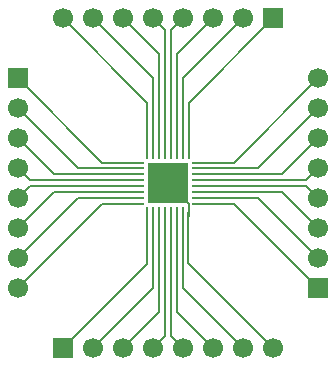
<source format=gbr>
%TF.GenerationSoftware,KiCad,Pcbnew,9.0.1*%
%TF.CreationDate,2025-07-09T09:57:16-04:00*%
%TF.ProjectId,STM32WL33K8V6,53544d33-3257-44c3-9333-4b3856362e6b,rev?*%
%TF.SameCoordinates,Original*%
%TF.FileFunction,Copper,L1,Top*%
%TF.FilePolarity,Positive*%
%FSLAX46Y46*%
G04 Gerber Fmt 4.6, Leading zero omitted, Abs format (unit mm)*
G04 Created by KiCad (PCBNEW 9.0.1) date 2025-07-09 09:57:16*
%MOMM*%
%LPD*%
G01*
G04 APERTURE LIST*
%TA.AperFunction,ComponentPad*%
%ADD10C,1.700000*%
%TD*%
%TA.AperFunction,ComponentPad*%
%ADD11R,1.700000X1.700000*%
%TD*%
%TA.AperFunction,SMDPad,CuDef*%
%ADD12R,0.807999X0.254800*%
%TD*%
%TA.AperFunction,SMDPad,CuDef*%
%ADD13R,0.254800X0.807999*%
%TD*%
%TA.AperFunction,SMDPad,CuDef*%
%ADD14R,3.505200X3.505200*%
%TD*%
%TA.AperFunction,Conductor*%
%ADD15C,0.200000*%
%TD*%
G04 APERTURE END LIST*
D10*
%TO.P,J4,8,Pin_8*%
%TO.N,Pin 32*%
X132080000Y-77470000D03*
%TO.P,J4,7,Pin_7*%
%TO.N,Pin 31*%
X134620000Y-77470000D03*
%TO.P,J4,6,Pin_6*%
%TO.N,Pin 30*%
X137160000Y-77470000D03*
%TO.P,J4,5,Pin_5*%
%TO.N,Pin 29*%
X139700000Y-77470000D03*
%TO.P,J4,4,Pin_4*%
%TO.N,Pin 28*%
X142240000Y-77470000D03*
%TO.P,J4,3,Pin_3*%
%TO.N,Pin 27*%
X144780000Y-77470000D03*
%TO.P,J4,2,Pin_2*%
%TO.N,Pin 26*%
X147320000Y-77470000D03*
D11*
%TO.P,J4,1,Pin_1*%
%TO.N,Pin 25*%
X149860000Y-77470000D03*
%TD*%
D12*
%TO.P,U1,1,PA2*%
%TO.N,Pin 1*%
X138521300Y-89690001D03*
%TO.P,U1,2,PA3*%
%TO.N,Pin 2*%
X138521300Y-90190000D03*
%TO.P,U1,3,VDD_1*%
%TO.N,Pin 3*%
X138521300Y-90689999D03*
%TO.P,U1,4,PA0*%
%TO.N,Pin 4*%
X138521300Y-91190000D03*
%TO.P,U1,5,PA11*%
%TO.N,Pin 5*%
X138521300Y-91690000D03*
%TO.P,U1,6,PA10*%
%TO.N,Pin 6*%
X138521300Y-92190001D03*
%TO.P,U1,7,PA9*%
%TO.N,Pin 7*%
X138521300Y-92690000D03*
%TO.P,U1,8,PA8*%
%TO.N,Pin 8*%
X138521300Y-93189999D03*
D13*
%TO.P,U1,9,PB6*%
%TO.N,Pin 9*%
X139220001Y-93888700D03*
%TO.P,U1,10,PB12*%
%TO.N,Pin 10*%
X139720000Y-93888700D03*
%TO.P,U1,11,PB13*%
%TO.N,Pin 11*%
X140219999Y-93888700D03*
%TO.P,U1,12,PB14*%
%TO.N,Pin 12*%
X140720000Y-93888700D03*
%TO.P,U1,13,PB15*%
%TO.N,Pin 13*%
X141220000Y-93888700D03*
%TO.P,U1,14,LPAWUR*%
%TO.N,Pin 14*%
X141720001Y-93888700D03*
%TO.P,U1,15,RX*%
%TO.N,Pin 15*%
X142220000Y-93888700D03*
%TO.P,U1,16,EXTGND*%
%TO.N,Pin 16*%
X142719999Y-93888700D03*
D12*
%TO.P,U1,17,TX_HP*%
%TO.N,Pin 17*%
X143418700Y-93189999D03*
%TO.P,U1,18,TX*%
%TO.N,Pin 18*%
X143418700Y-92690000D03*
%TO.P,U1,19,VDDRF*%
%TO.N,Pin 19*%
X143418700Y-92190001D03*
%TO.P,U1,20,OSCOUT*%
%TO.N,Pin 20*%
X143418700Y-91690000D03*
%TO.P,U1,21,OSCIN*%
%TO.N,Pin 21*%
X143418700Y-91190000D03*
%TO.P,U1,22,PA1*%
%TO.N,Pin 22*%
X143418700Y-90689999D03*
%TO.P,U1,23,PB7*%
%TO.N,Pin 23*%
X143418700Y-90190000D03*
%TO.P,U1,24,NRST*%
%TO.N,Pin 24*%
X143418700Y-89690001D03*
D13*
%TO.P,U1,25,VDDSD*%
%TO.N,Pin 25*%
X142719999Y-88991300D03*
%TO.P,U1,26,VLXSD*%
%TO.N,Pin 26*%
X142220000Y-88991300D03*
%TO.P,U1,27,VSSSD*%
%TO.N,Pin 27*%
X141720001Y-88991300D03*
%TO.P,U1,28,VFBSD*%
%TO.N,Pin 28*%
X141220000Y-88991300D03*
%TO.P,U1,29,VCAP*%
%TO.N,Pin 29*%
X140720000Y-88991300D03*
%TO.P,U1,30,PB0*%
%TO.N,Pin 30*%
X140219999Y-88991300D03*
%TO.P,U1,31,PB1*%
%TO.N,Pin 31*%
X139720000Y-88991300D03*
%TO.P,U1,32,PB2*%
%TO.N,Pin 32*%
X139220001Y-88991300D03*
D14*
%TO.P,U1,33,EPAD*%
%TO.N,Pin 16*%
X140970000Y-91440000D03*
%TD*%
D11*
%TO.P,J3,1,Pin_1*%
%TO.N,Pin 17*%
X153670000Y-100330000D03*
D10*
%TO.P,J3,2,Pin_2*%
%TO.N,Pin 18*%
X153670000Y-97790000D03*
%TO.P,J3,3,Pin_3*%
%TO.N,Pin 19*%
X153670000Y-95250000D03*
%TO.P,J3,4,Pin_4*%
%TO.N,Pin 20*%
X153670000Y-92710000D03*
%TO.P,J3,5,Pin_5*%
%TO.N,Pin 21*%
X153670000Y-90170000D03*
%TO.P,J3,6,Pin_6*%
%TO.N,Pin 22*%
X153670000Y-87630000D03*
%TO.P,J3,7,Pin_7*%
%TO.N,Pin 23*%
X153670000Y-85090000D03*
%TO.P,J3,8,Pin_8*%
%TO.N,Pin 24*%
X153670000Y-82550000D03*
%TD*%
D11*
%TO.P,J2,1,Pin_1*%
%TO.N,Pin 9*%
X132080000Y-105410000D03*
D10*
%TO.P,J2,2,Pin_2*%
%TO.N,Pin 10*%
X134620000Y-105410000D03*
%TO.P,J2,3,Pin_3*%
%TO.N,Pin 11*%
X137160000Y-105410000D03*
%TO.P,J2,4,Pin_4*%
%TO.N,Pin 12*%
X139700000Y-105410000D03*
%TO.P,J2,5,Pin_5*%
%TO.N,Pin 13*%
X142240000Y-105410000D03*
%TO.P,J2,6,Pin_6*%
%TO.N,Pin 14*%
X144780000Y-105410000D03*
%TO.P,J2,7,Pin_7*%
%TO.N,Pin 15*%
X147320000Y-105410000D03*
%TO.P,J2,8,Pin_8*%
%TO.N,Pin 16*%
X149860000Y-105410000D03*
%TD*%
D11*
%TO.P,J1,1,Pin_1*%
%TO.N,Pin 1*%
X128270000Y-82550000D03*
D10*
%TO.P,J1,2,Pin_2*%
%TO.N,Pin 2*%
X128270000Y-85090000D03*
%TO.P,J1,3,Pin_3*%
%TO.N,Pin 3*%
X128270000Y-87630000D03*
%TO.P,J1,4,Pin_4*%
%TO.N,Pin 4*%
X128270000Y-90170000D03*
%TO.P,J1,5,Pin_5*%
%TO.N,Pin 5*%
X128270000Y-92710000D03*
%TO.P,J1,6,Pin_6*%
%TO.N,Pin 6*%
X128270000Y-95250000D03*
%TO.P,J1,7,Pin_7*%
%TO.N,Pin 7*%
X128270000Y-97790000D03*
%TO.P,J1,8,Pin_8*%
%TO.N,Pin 8*%
X128270000Y-100330000D03*
%TD*%
D15*
%TO.N,Pin 16*%
X142719999Y-93888700D02*
X142713701Y-93882402D01*
X142713701Y-93882402D02*
X142713701Y-93183701D01*
X142713701Y-93183701D02*
X140970000Y-91440000D01*
%TO.N,Pin 25*%
X142719999Y-88991300D02*
X142719999Y-84610001D01*
X142719999Y-84610001D02*
X149860000Y-77470000D01*
%TO.N,Pin 26*%
X142220000Y-88991300D02*
X142220000Y-82570000D01*
X142220000Y-82570000D02*
X147320000Y-77470000D01*
%TO.N,Pin 27*%
X141720001Y-88991300D02*
X141720001Y-80529999D01*
X141720001Y-80529999D02*
X144780000Y-77470000D01*
%TO.N,Pin 28*%
X141220000Y-88991300D02*
X141220000Y-78490000D01*
X141220000Y-78490000D02*
X142240000Y-77470000D01*
%TO.N,Pin 29*%
X140720000Y-88991300D02*
X140720000Y-78490000D01*
X140720000Y-78490000D02*
X139700000Y-77470000D01*
%TO.N,Pin 30*%
X140219999Y-88991300D02*
X140219999Y-80529999D01*
X140219999Y-80529999D02*
X137160000Y-77470000D01*
%TO.N,Pin 31*%
X139720000Y-88991300D02*
X139720000Y-82570000D01*
X139720000Y-82570000D02*
X134620000Y-77470000D01*
%TO.N,Pin 32*%
X139220001Y-88991300D02*
X139220001Y-84610001D01*
X139220001Y-84610001D02*
X132080000Y-77470000D01*
%TO.N,Pin 16*%
X142719999Y-93888700D02*
X142648400Y-93960299D01*
X142648400Y-93960299D02*
X142648400Y-98198400D01*
X142648400Y-98198400D02*
X149860000Y-105410000D01*
%TO.N,Pin 15*%
X142220000Y-93888700D02*
X142220000Y-100310000D01*
X142220000Y-100310000D02*
X147320000Y-105410000D01*
%TO.N,Pin 14*%
X141720001Y-93888700D02*
X141720001Y-102350001D01*
X141720001Y-102350001D02*
X144780000Y-105410000D01*
%TO.N,Pin 13*%
X141220000Y-93888700D02*
X141220000Y-104390000D01*
X141220000Y-104390000D02*
X142240000Y-105410000D01*
%TO.N,Pin 12*%
X140720000Y-93888700D02*
X140720000Y-104390000D01*
X140720000Y-104390000D02*
X139700000Y-105410000D01*
%TO.N,Pin 11*%
X140219999Y-93888700D02*
X140219999Y-102350001D01*
X140219999Y-102350001D02*
X137160000Y-105410000D01*
%TO.N,Pin 10*%
X139720000Y-93888700D02*
X139720000Y-100310000D01*
X139720000Y-100310000D02*
X134620000Y-105410000D01*
%TO.N,Pin 9*%
X139220001Y-93888700D02*
X139220001Y-98269999D01*
X139220001Y-98269999D02*
X132080000Y-105410000D01*
%TO.N,Pin 17*%
X143418700Y-93189999D02*
X146529999Y-93189999D01*
X146529999Y-93189999D02*
X153670000Y-100330000D01*
%TO.N,Pin 18*%
X143418700Y-92690000D02*
X148570000Y-92690000D01*
X148570000Y-92690000D02*
X153670000Y-97790000D01*
%TO.N,Pin 19*%
X143418700Y-92190001D02*
X150610001Y-92190001D01*
X150610001Y-92190001D02*
X153670000Y-95250000D01*
%TO.N,Pin 20*%
X143418700Y-91690000D02*
X152650000Y-91690000D01*
X152650000Y-91690000D02*
X153670000Y-92710000D01*
%TO.N,Pin 21*%
X143418700Y-91190000D02*
X152650000Y-91190000D01*
X152650000Y-91190000D02*
X153670000Y-90170000D01*
%TO.N,Pin 22*%
X143418700Y-90689999D02*
X150610001Y-90689999D01*
X150610001Y-90689999D02*
X153670000Y-87630000D01*
%TO.N,Pin 23*%
X143418700Y-90190000D02*
X148570000Y-90190000D01*
X148570000Y-90190000D02*
X153670000Y-85090000D01*
%TO.N,Pin 24*%
X143418700Y-89690001D02*
X146529999Y-89690001D01*
X146529999Y-89690001D02*
X153670000Y-82550000D01*
%TO.N,Pin 8*%
X138521300Y-93189999D02*
X135410001Y-93189999D01*
X135410001Y-93189999D02*
X128270000Y-100330000D01*
%TO.N,Pin 7*%
X138521300Y-92690000D02*
X133370000Y-92690000D01*
X133370000Y-92690000D02*
X128270000Y-97790000D01*
%TO.N,Pin 6*%
X138521300Y-92190001D02*
X131329999Y-92190001D01*
X131329999Y-92190001D02*
X128270000Y-95250000D01*
%TO.N,Pin 5*%
X138521300Y-91690000D02*
X129290000Y-91690000D01*
X129290000Y-91690000D02*
X128270000Y-92710000D01*
%TO.N,Pin 4*%
X138521300Y-91190000D02*
X129290000Y-91190000D01*
X129290000Y-91190000D02*
X128270000Y-90170000D01*
%TO.N,Pin 3*%
X138521300Y-90689999D02*
X131329999Y-90689999D01*
X131329999Y-90689999D02*
X128270000Y-87630000D01*
%TO.N,Pin 2*%
X138521300Y-90190000D02*
X133370000Y-90190000D01*
X133370000Y-90190000D02*
X128270000Y-85090000D01*
%TO.N,Pin 1*%
X138521300Y-89690001D02*
X135410001Y-89690001D01*
X135410001Y-89690001D02*
X128270000Y-82550000D01*
%TD*%
M02*

</source>
